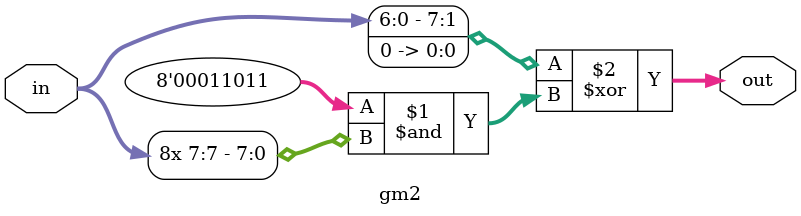
<source format=sv>
module gm2 (input logic [7:0] in,
            output logic [7:0] out);
            
assign out = {in[6:0],1'b0} ^ (8'h1b & {8{in[7]}});
    
endmodule
</source>
